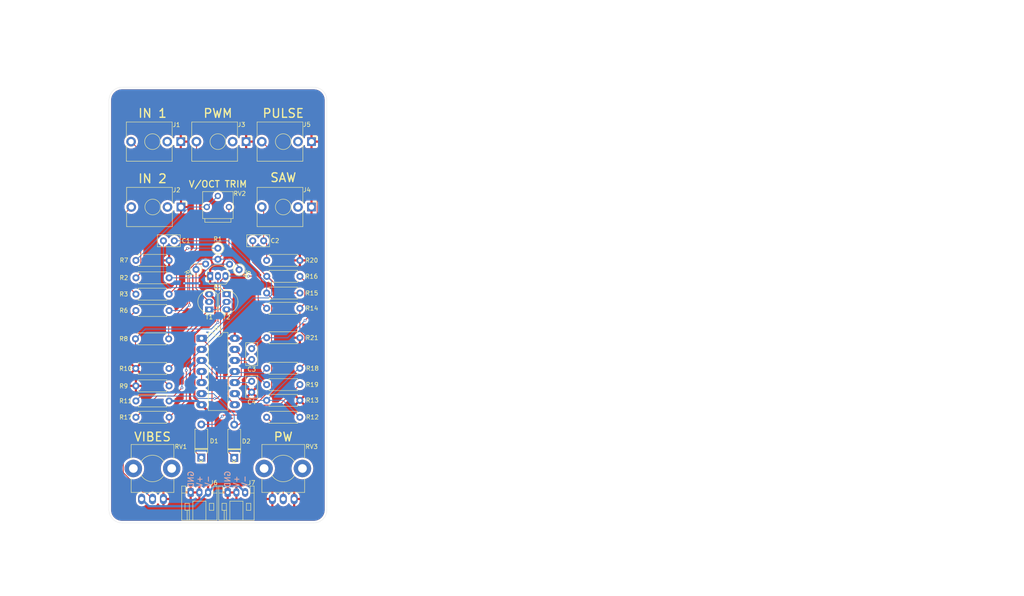
<source format=kicad_pcb>
(kicad_pcb (version 20241229) (generator "pcbnew") (generator_version "9.0")
  (layers (0 "F.Cu" signal) (2 "B.Cu" signal) (13 "F.Paste" user) (15 "B.Paste" user) (5 "F.SilkS" user "F.Silkscreen") (7 "B.SilkS" user "B.Silkscreen") (1 "F.Mask" user) (3 "B.Mask" user) (25 "Edge.Cuts" user))
  (net 0 "")
  (net 1 "Net-(D1-A)")
  (net 2 "Net-(D2-K)")
  (net 3 "Net-(D1-K)")
  (net 4 "Net-(C2-Pad2)")
  (net 5 "Net-(C3-Pad1)")
  (net 6 "Net-(C3-Pad2)")
  (net 7 "Net-(D2-A)")
  (net 9 "GND")
  (net 10 "Net-(J1-PadT)")
  (net 11 "Net-(J2-PadT)")
  (net 13 "Net-(J3-PadT)")
  (net 17 "VDD")
  (net 18 "Net-(Q1-B)")
  (net 19 "Net-(Q1-E)")
  (net 20 "Net-(R4-Pad2)")
  (net 21 "Net-(R1-Pad1)")
  (net 22 "Net-(R2-Pad2)")
  (net 23 "Net-(R6-Pad1)")
  (net 24 "Net-(T1-B)")
  (net 25 "Net-(R7-Pad1)")
  (net 26 "Net-(T1-C)")
  (net 27 "VSS")
  (net 28 "Net-(R12-Pad1)")
  (net 29 "Net-(R12-Pad2)")
  (net 30 "Net-(R17-Pad2)")
  (net 31 "Net-(R18-Pad2)")
  (net 32 "Net-(U1-Pad4)")
  (net 33 "Net-(C4-Pad2)")
  (footprint "HackSynth:Potentiometer_Alps_RK09K_Horizontal" (layer "F.Cu") (at 90 137.5)
    (property "Reference" "RV3" (at 6.5 -5 0) (layer "F.SilkS"))
    (property "Value" "PW ADJUST")
    (pad "" np_thru_hole circle (at -4.4 0 90) (size 4 4) (drill 2) (layers "*.Cu" "*.Mask"))
    (pad "" np_thru_hole circle (at 4.4 0 90) (size 4 4) (drill 2) (layers "*.Cu" "*.Mask"))
    (pad "1" thru_hole oval (at 2.500001 7 90) (size 2.4 1.6) (drill 1) (layers "*.Cu" "*.Mask") (net 17 "VDD"))
    (pad "2" thru_hole oval (at 0 7 90) (size 2.4 1.6) (drill 1) (layers "*.Cu" "*.Mask") (net 28 "Net-(R12-Pad1)"))
    (pad "3" thru_hole oval (at -2.500001 7 90) (size 2.4 1.6) (drill 1) (layers "*.Cu" "*.Mask") (net 9 "GND"))
  )
  (footprint "HackSynth:TO-92_Inline - Handsolder" (layer "F.Cu") (at 73.73 93.36)
    (property "Reference" "Q1" (at 1.28 2.56 0) (layer "F.SilkS"))
    (property "Value" "NPN")
    (pad "1" thru_hole rect (at -0.5 0) (size 1.35 1.9) (drill 0.75) (layers "*.Cu" "*.Mask") (net 17 "VDD"))
    (pad "2" thru_hole oval (at 1.27 0) (size 1.35 1.9) (drill 0.75) (layers "*.Cu" "*.Mask") (net 18 "Net-(Q1-B)"))
    (pad "3" thru_hole oval (at 3 0) (size 1.35 1.9) (drill 0.75) (layers "*.Cu" "*.Mask") (net 19 "Net-(Q1-E)"))
  )
  (footprint "Resistor_THT:R_Axial_DIN0207_L6.3mm_D2.5mm_P7.62mm_Horizontal" (layer "F.Cu") (at 56.19 89.75)
    (property "Reference" "R7" (at -2.74 -0.025 0) (layer "F.SilkS"))
    (property "Value" "1.5k")
    (pad "1" thru_hole circle (at 0 0) (size 1.6 1.6) (drill 0.8) (layers "*.Cu" "*.Mask") (net 25 "Net-(R7-Pad1)"))
    (pad "2" thru_hole oval (at 7.62 0) (size 1.6 1.6) (drill 0.8) (layers "*.Cu" "*.Mask") (net 9 "GND"))
  )
  (footprint "Resistor_THT:R_Axial_DIN0207_L6.3mm_D2.5mm_P7.62mm_Horizontal" (layer "F.Cu") (at 56.19 97.5)
    (property "Reference" "R3" (at -2.79 0 0) (layer "F.SilkS"))
    (property "Value" "100k")
    (pad "1" thru_hole circle (at 0 0) (size 1.6 1.6) (drill 0.8) (layers "*.Cu" "*.Mask") (net 11 "Net-(J2-PadT)"))
    (pad "2" thru_hole oval (at 7.62 0) (size 1.6 1.6) (drill 0.8) (layers "*.Cu" "*.Mask") (net 21 "Net-(R1-Pad1)"))
  )
  (footprint "HackSynth:Jack_3.5mm" (layer "F.Cu") (at 75 62.5 90)
    (property "Reference" "J3" (at 3.9 5.425 180) (layer "F.SilkS"))
    (property "Value" "PWM")
    (pad "G" thru_hole rect (at 0 6.48 90) (size 2 2) (drill 1.2) (layers "*.Cu" "*.Mask") (net 9 "GND"))
    (pad "S" thru_hole circle (at 0 3.38 90) (size 2.2 2.2) (drill 1.2) (layers "*.Cu" "*.Mask"))
    (pad "T" thru_hole circle (at 0 -4.92 90) (size 2.2 2.2) (drill 1.2) (layers "*.Cu" "*.Mask") (net 13 "Net-(J3-PadT)"))
    (zone (net 0) (net_name "") (layer "F.Cu") (connect_pads (clearance 0)) (min_thickness 0.254)
      (keepout (tracks not_allowed) (vias not_allowed) (pads not_allowed) (copperpour not_allowed) (footprints not_allowed))
      (fill (thermal_gap 0.508) (thermal_bridge_width 0.508))
      (polygon (pts (xy 75 64.005141) (xy 75.245829 63.98493) (xy 75.485055 63.924841) (xy 75.711256 63.826486) (xy 75.918355 63.692508) (xy 76.10079 63.526504) (xy 76.253664 63.332932) (xy 76.372869 63.116992) (xy 76.455206 62.884482) (xy 76.498461 62.641646) (xy 76.501475 62.395007) (xy 76.464165 62.151187) (xy 76.387534 61.916734) (xy 76.27364 61.697946) (xy 76.125542 61.500697) (xy 75.947216 61.330286) (xy 75.743452 61.191288) (xy 75.519722 61.087436) (xy 75.282035 61.021519) (xy 75.036774 60.995308) (xy 74.790525 61.009507) (xy 74.549901 61.063734) (xy 74.321366 61.156532) (xy 74.111055 61.285411) (xy 73.924618 61.446908) (xy 73.767061 61.636687) (xy 73.642615 61.84965) (xy 73.554623 62.080079) (xy 73.505447 62.321785) (xy 73.496408 62.568278) (xy 73.52775 62.812936) (xy 73.59863 63.049191) (xy 73.707144 63.270697) (xy 73.850379 63.471505) (xy 74.024488 63.646223) (xy 74.224795 63.790158) (xy 74.445921 63.899445) (xy 74.681926 63.971149) (xy 74.926474 64.003344)))
    )
  )
  (footprint "HackSynth:JST_PH_S3B-PH-K_1x03_P2.00mm_Horizontal" (layer "F.Cu") (at 68.75 143)
    (property "Reference" "J6" (at 5.325 -2.225 0) (layer "F.SilkS"))
    (property "Value" "Conn_01x03_Pin")
    (fp_text user "GND" (at 0.05 -5.05 90) (layer "B.SilkS") (effects (font (size 1.27 1.27) (thickness 0.2)) (justify left mirror)))
    (fp_text user "+V" (at 2.05 -3.95 90) (layer "B.SilkS") (effects (font (size 1.27 1.27) (thickness 0.2)) (justify left mirror)))
    (fp_text user "-V" (at 3.975 -3.975 90) (layer "B.SilkS") (effects (font (size 1.27 1.27) (thickness 0.2)) (justify left mirror)))
    (pad "1" thru_hole roundrect (at 0 0) (size 1.4 2) (drill 0.75) (layers "*.Cu" "*.Mask") (roundrect_rratio 0.208333) (net 9 "GND"))
    (pad "2" thru_hole oval (at 2 0) (size 1.4 2) (drill 0.75) (layers "*.Cu" "*.Mask") (net 17 "VDD"))
    (pad "3" thru_hole oval (at 4 0) (size 1.4 2) (drill 0.75) (layers "*.Cu" "*.Mask") (net 27 "VSS"))
  )
  (footprint "Resistor_THT:R_Axial_DIN0207_L6.3mm_D2.5mm_P7.62mm_Horizontal" (layer "F.Cu") (at 86.19 107.5)
    (property "Reference" "R21" (at 10.41 0.01 0) (layer "F.SilkS"))
    (property "Value" "100k")
    (pad "1" thru_hole circle (at 0 0) (size 1.6 1.6) (drill 0.8) (layers "*.Cu" "*.Mask") (net 6 "Net-(C3-Pad2)"))
    (pad "2" thru_hole oval (at 7.62 0) (size 1.6 1.6) (drill 0.8) (layers "*.Cu" "*.Mask") (net 9 "GND"))
  )
  (footprint "Capacitor_THT:C_Disc_D5.0mm_W2.5mm_P2.50mm" (layer "F.Cu") (at 82.75 112.5 90)
    (property "Reference" "C3" (at -2.25 0 180) (layer "F.SilkS"))
    (property "Value" "220nF")
    (pad "1" thru_hole circle (at 0 0 90) (size 1.6 1.6) (drill 0.8) (layers "*.Cu" "*.Mask") (net 5 "Net-(C3-Pad1)"))
    (pad "2" thru_hole circle (at 2.5 0 90) (size 1.6 1.6) (drill 0.8) (layers "*.Cu" "*.Mask") (net 6 "Net-(C3-Pad2)"))
  )
  (footprint "Resistor_THT:R_Axial_DIN0207_L6.3mm_D2.5mm_P2.54mm_Vertical" (layer "F.Cu") (at 79.874997 91.8925 150)
    (property "Reference" "R5" (at -2.15255 0.02168 240) (layer "F.SilkS"))
    (property "Value" "10k NTC")
    (pad "1" thru_hole circle (at 0 0 150) (size 1.6 1.6) (drill 0.8) (layers "*.Cu" "*.Mask") (net 24 "Net-(T1-B)"))
    (pad "2" thru_hole oval (at 2.54 0 150) (size 1.6 1.6) (drill 0.8) (layers "*.Cu" "*.Mask") (net 22 "Net-(R2-Pad2)"))
  )
  (footprint "HackSynth:Jack_3.5mm" (layer "F.Cu") (at 60 62.5 90)
    (property "Reference" "J1" (at 3.875 5.5 180) (layer "F.SilkS"))
    (property "Value" "CV IN 1")
    (pad "G" thru_hole rect (at 0 6.48 90) (size 2 2) (drill 1.2) (layers "*.Cu" "*.Mask") (net 9 "GND"))
    (pad "S" thru_hole circle (at 0 3.38 90) (size 2.2 2.2) (drill 1.2) (layers "*.Cu" "*.Mask"))
    (pad "T" thru_hole circle (at 0 -4.92 90) (size 2.2 2.2) (drill 1.2) (layers "*.Cu" "*.Mask") (net 10 "Net-(J1-PadT)"))
    (zone (net 0) (net_name "") (layer "F.Cu") (connect_pads (clearance 0)) (min_thickness 0.254)
      (keepout (tracks not_allowed) (vias not_allowed) (pads not_allowed) (copperpour not_allowed) (footprints not_allowed))
      (fill (thermal_gap 0.508) (thermal_bridge_width 0.508))
      (polygon (pts (xy 60 64.005141) (xy 60.245829 63.98493) (xy 60.485055 63.924841) (xy 60.711256 63.826486) (xy 60.918355 63.692508) (xy 61.10079 63.526504) (xy 61.253664 63.332932) (xy 61.372869 63.116992) (xy 61.455206 62.884482) (xy 61.498461 62.641646) (xy 61.501475 62.395007) (xy 61.464165 62.151187) (xy 61.387534 61.916734) (xy 61.27364 61.697946) (xy 61.125542 61.500697) (xy 60.947216 61.330286) (xy 60.743452 61.191288) (xy 60.519722 61.087436) (xy 60.282035 61.021519) (xy 60.036774 60.995308) (xy 59.790525 61.009507) (xy 59.549901 61.063734) (xy 59.321366 61.156532) (xy 59.111055 61.285411) (xy 58.924618 61.446908) (xy 58.767061 61.636687) (xy 58.642615 61.84965) (xy 58.554623 62.080079) (xy 58.505447 62.321785) (xy 58.496408 62.568278) (xy 58.52775 62.812936) (xy 58.59863 63.049191) (xy 58.707144 63.270697) (xy 58.850379 63.471505) (xy 59.024488 63.646223) (xy 59.224795 63.790158) (xy 59.445921 63.899445) (xy 59.681926 63.971149) (xy 59.926474 64.003344)))
    )
  )
  (footprint "Resistor_THT:R_Axial_DIN0207_L6.3mm_D2.5mm_P7.62mm_Horizontal" (layer "F.Cu") (at 86.193333 89.75)
    (property "Reference" "R20" (at 10.326667 -0.01 0) (layer "F.SilkS"))
    (property "Value" "100k")
    (pad "1" thru_hole circle (at 0 0) (size 1.6 1.6) (drill 0.8) (layers "*.Cu" "*.Mask") (net 4 "Net-(C2-Pad2)"))
    (pad "2" thru_hole oval (at 7.62 0) (size 1.6 1.6) (drill 0.8) (layers "*.Cu" "*.Mask") (net 9 "GND"))
  )
  (footprint "Resistor_THT:R_Axial_DIN0207_L6.3mm_D2.5mm_P7.62mm_Horizontal" (layer "F.Cu") (at 56.19 122)
    (property "Reference" "R11" (at -2.365 0 0) (layer "F.SilkS"))
    (property "Value" "10k")
    (pad "1" thru_hole circle (at 0 0) (size 1.6 1.6) (drill 0.8) (layers "*.Cu" "*.Mask") (net 19 "Net-(Q1-E)"))
    (pad "2" thru_hole oval (at 7.62 0) (size 1.6 1.6) (drill 0.8) (layers "*.Cu" "*.Mask") (net 27 "VSS"))
  )
  (footprint "Resistor_THT:R_Axial_DIN0207_L6.3mm_D2.5mm_P7.62mm_Horizontal" (layer "F.Cu") (at 86.19 125.75)
    (property "Reference" "R12" (at 10.5 -0.03 0) (layer "F.SilkS"))
    (property "Value" "100k")
    (pad "1" thru_hole circle (at 0 0) (size 1.6 1.6) (drill 0.8) (layers "*.Cu" "*.Mask") (net 28 "Net-(R12-Pad1)"))
    (pad "2" thru_hole oval (at 7.62 0) (size 1.6 1.6) (drill 0.8) (layers "*.Cu" "*.Mask") (net 29 "Net-(R12-Pad2)"))
  )
  (footprint "Capacitor_THT:C_Disc_D5.0mm_W2.5mm_P2.50mm" (layer "F.Cu") (at 62.5 85.25)
    (property "Reference" "C1" (at 5.19 0.01 0) (layer "F.SilkS"))
    (property "Value" "2.2nF")
    (pad "1" thru_hole circle (at 0 0) (size 1.6 1.6) (drill 0.8) (layers "*.Cu" "*.Mask") (net 2 "Net-(D2-K)"))
    (pad "2" thru_hole circle (at 2.5 0) (size 1.6 1.6) (drill 0.8) (layers "*.Cu" "*.Mask") (net 1 "Net-(D1-A)"))
  )
  (footprint "Resistor_THT:R_Axial_DIN0207_L6.3mm_D2.5mm_P7.62mm_Horizontal" (layer "F.Cu") (at 86.21 93.41)
    (property "Reference" "R16" (at 10.29 0.015 0) (layer "F.SilkS"))
    (property "Value" "47k")
    (pad "1" thru_hole circle (at 0 0) (size 1.6 1.6) (drill 0.8) (layers "*.Cu" "*.Mask") (net 3 "Net-(D1-K)"))
    (pad "2" thru_hole oval (at 7.62 0) (size 1.6 1.6) (drill 0.8) (layers "*.Cu" "*.Mask") (net 29 "Net-(R12-Pad2)"))
  )
  (footprint "Resistor_THT:R_Axial_DIN0207_L6.3mm_D2.5mm_P7.62mm_Horizontal" (layer "F.Cu") (at 63.71 107.75 180)
    (property "Reference" "R8" (at 10.335 0 180) (layer "F.SilkS"))
    (property "Value" "100k")
    (pad "1" thru_hole circle (at 0 0 180) (size 1.6 1.6) (drill 0.8) (layers "*.Cu" "*.Mask") (net 13 "Net-(J3-PadT)"))
    (pad "2" thru_hole oval (at 7.62 0 180) (size 1.6 1.6) (drill 0.8) (layers "*.Cu" "*.Mask") (net 18 "Net-(Q1-B)"))
  )
  (footprint "HackSynth:DIP-14_W7.62mm_LongPads" (layer "F.Cu") (at 71.25 107.63)
    (property "Reference" "U1" (at 3.81 -2.33 0) (layer "F.SilkS"))
    (property "Value" "4069")
    (pad "1" thru_hole roundrect (at 0 0) (size 2.4 1.6) (drill 0.8) (layers "*.Cu" "*.Mask") (roundrect_rratio 0.15625) (net 2 "Net-(D2-K)"))
    (pad "2" thru_hole oval (at 0 2.54) (size 2.4 1.6) (drill 0.8) (layers "*.Cu" "*.Mask") (net 3 "Net-(D1-K)"))
    (pad "3" thru_hole oval (at 0 5.08) (size 2.4 1.6) (drill 0.8) (layers "*.Cu" "*.Mask") (net 30 "Net-(R17-Pad2)"))
    (pad "4" thru_hole oval (at 0 7.62) (size 2.4 1.6) (drill 0.8) (layers "*.Cu" "*.Mask") (net 32 "Net-(U1-Pad4)"))
    (pad "5" thru_hole oval (at 0 10.16) (size 2.4 1.6) (drill 0.8) (layers "*.Cu" "*.Mask") (net 32 "Net-(U1-Pad4)"))
    (pad "6" thru_hole oval (at 0 12.7) (size 2.4 1.6) (drill 0.8) (layers "*.Cu" "*.Mask") (net 7 "Net-(D2-A)"))
    (pad "7" thru_hole oval (at 0 15.24) (size 2.4 1.6) (drill 0.8) (layers "*.Cu" "*.Mask") (net 27 "VSS"))
    (pad "8" thru_hole oval (at 7.62 15.24) (size 2.4 1.6) (drill 0.8) (layers "*.Cu" "*.Mask") (net 31 "Net-(R18-Pad2)"))
    (pad "9" thru_hole oval (at 7.62 12.7) (size 2.4 1.6) (drill 0.8) (layers "*.Cu" "*.Mask") (net 29 "Net-(R12-Pad2)"))
    (pad "10" thru_hole oval (at 7.62 10.16) (size 2.4 1.6) (drill 0.8) (layers "*.Cu" "*.Mask") (net 33 "Net-(C4-Pad2)"))
    (pad "11" thru_hole oval (at 7.62 7.62) (size 2.4 1.6) (drill 0.8) (layers "*.Cu" "*.Mask") (net 31 "Net-(R18-Pad2)"))
    (pad "12" thru_hole oval (at 7.62 5.08) (size 2.4 1.6) (drill 0.8) (layers "*.Cu" "*.Mask") (net 5 "Net-(C3-Pad1)"))
    (pad "13" thru_hole oval (at 7.62 2.54) (size 2.4 1.6) (drill 0.8) (layers "*.Cu" "*.Mask") (net 33 "Net-(C4-Pad2)"))
    (pad "14" thru_hole oval (at 7.62 0) (size 2.4 1.6) (drill 0.8) (layers "*.Cu" "*.Mask") (net 17 "VDD"))
  )
  (footprint "Diode_THT:D_A-405_P7.62mm_Horizontal" (layer "F.Cu") (at 71.2 135.01 90)
    (property "Reference" "D1" (at 3.81 2.93 180) (layer "F.SilkS"))
    (property "Value" "D" (hide yes))
    (fp_text user "K" (at -0.79 0 90) (layer "F.SilkS"))
    (pad "1" thru_hole rect (at 0 0 90) (size 1.8 1.8) (drill 0.9) (layers "*.Cu" "*.Mask") (net 3 "Net-(D1-K)"))
    (pad "2" thru_hole oval (at 7.62 0 90) (size 1.8 1.8) (drill 0.9) (layers "*.Cu" "*.Mask") (net 1 "Net-(D1-A)"))
  )
  (footprint "HackSynth:Potentiometer_Alps_RK09K_Horizontal" (layer "F.Cu") (at 60 137.5)
    (property "Reference" "RV1" (at 6.5 -5 0) (layer "F.SilkS"))
    (property "Value" "R_Potentiometer")
    (pad "" np_thru_hole circle (at -4.4 0 90) (size 4 4) (drill 2) (layers "*.Cu" "*.Mask"))
    (pad "" np_thru_hole circle (at 4.4 0 90) (size 4 4) (drill 2) (layers "*.Cu" "*.Mask"))
    (pad "1" thru_hole oval (at 2.500001 7 90) (size 2.4 1.6) (drill 1) (layers "*.Cu" "*.Mask") (net 9 "GND"))
    (pad "2" thru_hole oval (at 0 7 90) (size 2.4 1.6) (drill 1) (layers "*.Cu" "*.Mask") (net 23 "Net-(R6-Pad1)"))
    (pad "3" thru_hole oval (at -2.500001 7 90) (size 2.4 1.6) (drill 1) (layers "*.Cu" "*.Mask") (net 27 "VSS"))
  )
  (footprint "Resistor_THT:R_Axial_DIN0207_L6.3mm_D2.5mm_P7.62mm_Horizontal" (layer "F.Cu") (at 86.193333 118.25)
    (property "Reference" "R19" (at 10.436667 0.02 0) (layer "F.SilkS"))
    (property "Value" "R")
    (pad "1" thru_hole circle (at 0 0) (size 1.6 1.6) (drill 0.8) (layers "*.Cu" "*.Mask") (net 30 "Net-(R17-Pad2)"))
    (pad "2" thru_hole oval (at 7.62 0) (size 1.6 1.6) (drill 0.8) (layers "*.Cu" "*.Mask") (net 7 "Net-(D2-A)"))
  )
  (footprint "Capacitor_THT:C_Disc_D5.0mm_W2.5mm_P2.50mm" (layer "F.Cu") (at 82.75 120 90)
    (property "Reference" "C4" (at -2.25 0 180) (layer "F.SilkS"))
    (property "Value" "220nF")
    (pad "1" thru_hole circle (at 0 0 90) (size 1.6 1.6) (drill 0.8) (layers "*.Cu" "*.Mask") (net 9 "GND"))
    (pad "2" thru_hole circle (at 2.5 0 90) (size 1.6 1.6) (drill 0.8) (layers "*.Cu" "*.Mask") (net 33 "Net-(C4-Pad2)"))
  )
  (footprint "Resistor_THT:R_Axial_DIN0207_L6.3mm_D2.5mm_P7.62mm_Horizontal" (layer "F.Cu") (at 93.81 121.87 180)
    (property "Reference" "R13" (at -2.85 0.02 0) (layer "F.SilkS"))
    (property "Value" "68k")
    (pad "1" thru_hole circle (at 0 0 180) (size 1.6 1.6) (drill 0.8) (layers "*.Cu" "*.Mask") (net 17 "VDD"))
    (pad "2" thru_hole oval (at 7.62 0 180) (size 1.6 1.6) (drill 0.8) (layers "*.Cu" "*.Mask") (net 29 "Net-(R12-Pad2)"))
  )
  (footprint "Capacitor_THT:C_Disc_D5.0mm_W2.5mm_P2.50mm" (layer "F.Cu") (at 83 85.25)
    (property "Reference" "C2" (at 5.09 0 0) (layer "F.SilkS"))
    (property "Value" "220nF")
    (pad "1" thru_hole circle (at 0 0) (size 1.6 1.6) (drill 0.8) (layers "*.Cu" "*.Mask") (net 3 "Net-(D1-K)"))
    (pad "2" thru_hole circle (at 2.5 0) (size 1.6 1.6) (drill 0.8) (layers "*.Cu" "*.Mask") (net 4 "Net-(C2-Pad2)"))
  )
  (footprint "HackSynth:TO-92_Inline - Handsolder" (layer "F.Cu") (at 77 98 -90)
    (property "Reference" "T2" (at 4.76 0 180) (layer "F.SilkS"))
    (property "Value" "NPN")
    (pad "1" thru_hole rect (at -0.5 0 270) (size 1.35 1.9) (drill 0.75) (layers "*.Cu" "*.Mask") (net 2 "Net-(D2-K)"))
    (pad "2" thru_hole oval (at 1.27 0 270) (size 1.35 1.9) (drill 0.75) (layers "*.Cu" "*.Mask") (net 26 "Net-(T1-C)"))
    (pad "3" thru_hole oval (at 3 0 270) (size 1.35 1.9) (drill 0.75) (layers "*.Cu" "*.Mask") (net 9 "GND"))
  )
  (footprint "HackSynth:Jack_3.5mm" (layer "F.Cu") (at 90 77.5 90)
    (property "Reference" "J4" (at 3.925 5.45 180) (layer "F.SilkS"))
    (property "Value" "SAW OUT")
    (pad "G" thru_hole rect (at 0 6.48 90) (size 2 2) (drill 1.2) (layers "*.Cu" "*.Mask") (net 9 "GND"))
    (pad "S" thru_hole circle (at 0 3.38 90) (size 2.2 2.2) (drill 1.2) (layers "*.Cu" "*.Mask"))
    (pad "T" thru_hole circle (at 0 -4.92 90) (size 2.2 2.2) (drill 1.2) (layers "*.Cu" "*.Mask") (net 4 "Net-(C2-Pad2)"))
    (zone (net 0) (net_name "") (layer "F.Cu") (connect_pads (clearance 0)) (min_thickness 0.254)
      (keepout (tracks not_allowed) (vias not_allowed) (pads not_allowed) (copperpour not_allowed) (footprints not_allowed))
      (fill (thermal_gap 0.508) (thermal_bridge_width 0.508))
      (polygon (pts (xy 90 79.005141) (xy 90.245829 78.98493) (xy 90.485055 78.924841) (xy 90.711256 78.826486) (xy 90.918355 78.692508) (xy 91.10079 78.526504) (xy 91.253664 78.332932) (xy 91.372869 78.116992) (xy 91.455206 77.884482) (xy 91.498461 77.641646) (xy 91.501475 77.395007) (xy 91.464165 77.151187) (xy 91.387534 76.916734) (xy 91.27364 76.697946) (xy 91.125542 76.500697) (xy 90.947216 76.330286) (xy 90.743452 76.191288) (xy 90.519722 76.087436) (xy 90.282035 76.021519) (xy 90.036774 75.995308) (xy 89.790525 76.009507) (xy 89.549901 76.063734) (xy 89.321366 76.156532) (xy 89.111055 76.285411) (xy 88.924618 76.446908) (xy 88.767061 76.636687) (xy 88.642615 76.84965) (xy 88.554623 77.080079) (xy 88.505447 77.321785) (xy 88.496408 77.568278) (xy 88.52775 77.812936) (xy 88.59863 78.049191) (xy 88.707144 78.270697) (xy 88.850379 78.471505) (xy 89.024488 78.646223) (xy 89.224795 78.790158) (xy 89.445921 78.899445) (xy 89.681926 78.971149) (xy 89.926474 79.003344)))
    )
  )
  (footprint "HackSynth:TO-92_Inline - Handsolder" (layer "F.Cu") (at 73 100.52 90)
    (property "Reference" "T1" (at -2.24 0.01 180) (layer "F.SilkS"))
    (property "Value" "PNP")
    (pad "1" thru_hole rect (at -0.5 0 90) (size 1.35 1.9) (drill 0.75) (layers "*.Cu" "*.Mask") (net 26 "Net-(T1-C)"))
    (pad "2" thru_hole oval (at 1.27 0 90) (size 1.35 1.9) (drill 0.75) (layers "*.Cu" "*.Mask") (net 24 "Net-(T1-B)"))
    (pad "3" thru_hole oval (at 3 0 90) (size 1.35 1.9) (drill 0.75) (layers "*.Cu" "*.Mask") (net 27 "VSS"))
  )
  (footprint "Diode_THT:D_A-405_P7.62mm_Horizontal" (layer "F.Cu") (at 78.75 135.06 90)
    (property "Reference" "D2" (at 3.81 2.76 180) (layer "F.SilkS"))
    (property "Value" "D" (hide yes))
    (fp_text user "K" (at -0.79 0 90) (layer "F.SilkS"))
    (pad "1" thru_hole rect (at 0 0 90) (size 1.8 1.8) (drill 0.9) (layers "*.Cu" "*.Mask") (net 2 "Net-(D2-K)"))
    (pad "2" thru_hole oval (at 7.62 0 90) (size 1.8 1.8) (drill 0.9) (layers "*.Cu" "*.Mask") (net 7 "Net-(D2-A)"))
  )
  (footprint "HackSynth:TrimPot_Bourns_3339S_Horizontal" (layer "F.Cu") (at 75 77.5)
    (property "Reference" "RV2" (at 5 -3.075 0) (layer "F.SilkS"))
    (property "Value" "R_Potentiometer_Trim 1k" (hide yes))
    (pad "1" thru_hole circle (at 2.53 0.005 270) (size 1.44 1.44) (drill 0.8) (layers "*.Cu" "*.Mask") (net 24 "Net-(T1-B)"))
    (pad "2" thru_hole circle (at -0.01 -2.535 270) (size 1.44 1.44) (drill 0.8) (layers "*.Cu" "*.Mask") (net 25 "Net-(R7-Pad1)"))
    (pad "3" thru_hole circle (at -2.55 0.005 270) (size 1.44 1.44) (drill 0.8) (layers "*.Cu" "*.Mask") (net 25 "Net-(R7-Pad1)"))
  )
  (footprint "Resistor_THT:R_Axial_DIN0207_L6.3mm_D2.5mm_P7.62mm_Horizontal" (layer "F.Cu") (at 86.19 100.75)
    (property "Reference" "R14" (at 10.38 -0.01 0) (layer "F.SilkS"))
    (property "Value" "100k")
    (pad "1" thru_hole circle (at 0 0) (size 1.6 1.6) (drill 0.8) (layers "*.Cu" "*.Mask") (net 19 "Net-(Q1-E)"))
    (pad "2" thru_hole oval (at 7.62 0) (size 1.6 1.6) (drill 0.8) (layers "*.Cu" "*.Mask") (net 29 "Net-(R12-Pad2)"))
  )
  (footprint "Resistor_THT:R_Axial_DIN0207_L6.3mm_D2.5mm_P7.62mm_Horizontal" (layer "F.Cu") (at 56.19 93.75)
    (property "Reference" "R2" (at -2.765 0 0) (layer "F.SilkS"))
    (property "Value" "100k")
    (pad "1" thru_hole circle (at 0 0) (size 1.6 1.6) (drill 0.8) (layers "*.Cu" "*.Mask") (net 10 "Net-(J1-PadT)"))
    (pad "2" thru_hole oval (at 7.62 0) (size 1.6 1.6) (drill 0.8) (layers "*.Cu" "*.Mask") (net 22 "Net-(R2-Pad2)"))
  )
  (footprint "Resistor_THT:R_Axial_DIN0207_L6.3mm_D2.5mm_P7.62mm_Horizontal" (layer "F.Cu") (at 93.813333 114.5 180)
    (property "Reference" "R18" (at -2.876667 -0.02 180) (layer "F.SilkS"))
    (property "Value" "100k")
    (pad "1" thru_hole circle (at 0 0 180) (size 1.6 1.6) (drill 0.8) (layers "*.Cu" "*.Mask") (net 29 "Net-(R12-Pad2)"))
    (pad "2" thru_hole oval (at 7.62 0 180) (size 1.6 1.6) (drill 0.8) (layers "*.Cu" "*.Mask") (net 31 "Net-(R18-Pad2)"))
  )
  (footprint "Resistor_THT:R_Axial_DIN0207_L6.3mm_D2.5mm_P7.62mm_Horizontal" (layer "F.Cu") (at 63.8 118.54 180)
    (property "Reference" "R9" (at 10.425 -0.06 180) (layer "F.SilkS"))
    (property "Value" "1M")
    (pad "1" thru_hole circle (at 0 0 180) (size 1.6 1.6) (drill 0.8) (layers "*.Cu" "*.Mask") (net 18 "Net-(Q1-B)"))
    (pad "2" thru_hole oval (at 7.62 0 180) (size 1.6 1.6) (drill 0.8) (layers "*.Cu" "*.Mask") (net 9 "GND"))
  )
  (footprint "Resistor_THT:R_Axial_DIN0207_L6.3mm_D2.5mm_P7.62mm_Horizontal" (layer "F.Cu") (at 63.81 125.75 180)
    (property "Reference" "R17" (at 9.96 0 180) (layer "F.SilkS"))
    (property "Value" "10k")
    (pad "1" thru_hole circle (at 0 0 180) (size 1.6 1.6) (drill 0.8) (layers "*.Cu" "*.Mask") (net 3 "Net-(D1-K)"))
    (pad "2" thru_hole oval (at 7.62 0 180) (size 1.6 1.6) (drill 0.8) (layers "*.Cu" "*.Mask") (net 30 "Net-(R17-Pad2)"))
  )
  (footprint "HackSynth:Module 50x100mm" (layer "F.Cu") (at 75 100)
    (property "Reference" "REF**" (hide yes))
    (property "Value" "Untitled" (hide yes))
    (fp_line (start -24.999999 -47) (end -25 47) (stroke (width 0.05)) (layer "Edge.Cuts"))
    (fp_line (start -21.999999 49.999999) (end 22 50) (stroke (width 0.05)) (layer "Edge.Cuts"))
    (fp_line (start 22 -50) (end -21.999999 -50) (stroke (width 0.05)) (layer "Edge.Cuts"))
    (fp_line (start 25 47) (end 25 -47) (stroke (width 0.05)) (layer "Edge.Cuts"))
    (fp_arc (start -25 -47) (mid -24.12132 -49.12132) (end -22 -50) (stroke (width 0.05)) (layer "Edge.Cuts"))
    (fp_arc (start -22 50) (mid -24.12132 49.12132) (end -25 47) (stroke (width 0.05)) (layer "Edge.Cuts"))
    (fp_arc (start 22 -50) (mid 24.12132 -49.12132) (end 25 -47) (stroke (width 0.05)) (layer "Edge.Cuts"))
    (fp_arc (start 25 47) (mid 24.12132 49.12132) (end 22 50) (stroke (width 0.05)) (layer "Edge.Cuts"))
  )
  (footprint "Resistor_THT:R_Axial_DIN0207_L6.3mm_D2.5mm_P2.54mm_Vertical" (layer "F.Cu") (at 69.985004 91.8425 30)
    (property "Reference" "R4" (at -2.13041 0.01997 120) (layer "F.SilkS"))
    (property "Value" "10k NTC")
    (pad "1" thru_hole circle (at 0 0 30) (size 1.6 1.6) (drill 0.8) (layers "*.Cu" "*.Mask") (net 24 "Net-(T1-B)"))
    (pad "2" thru_hole oval (at 2.54 0 30) (size 1.6 1.6) (drill 0.8) (layers "*.Cu" "*.Mask") (net 20 "Net-(R4-Pad2)"))
  )
  (footprint "Resistor_THT:R_Axial_DIN0207_L6.3mm_D2.5mm_P7.62mm_Horizontal" (layer "F.Cu") (at 56.19 101.25)
    (property "Reference" "R6" (at -2.79 0 0) (layer "F.SilkS"))
    (property "Value" "100k")
    (pad "1" thru_hole circle (at 0 0) (size 1.6 1.6) (drill 0.8) (layers "*.Cu" "*.Mask") (net 23 "Net-(R6-Pad1)"))
    (pad "2" thru_hole oval (at 7.62 0) (size 1.6 1.6) (drill 0.8) (layers "*.Cu" "*.Mask") (net 20 "Net-(R4-Pad2)"))
  )
  (footprint "Resistor_THT:R_Axial_DIN0207_L6.3mm_D2.5mm_P7.62mm_Horizontal" (layer "F.Cu") (at 56.15 114.55)
    (property "Reference" "R10" (at -2.325 0.025 0) (layer "F.SilkS"))
    (property "Value" "1M")
    (pad "1" thru_hole circle (at 0 0) (size 1.6 1.6) (drill 0.8) (layers "*.Cu" "*.Mask") (net 17 "VDD"))
    (pad "2" thru_hole oval (at 7.62 0) (size 1.6 1.6) (drill 0.8) (layers "*.Cu" "*.Mask") (net 26 "Net-(T1-C)"))
  )
  (footprint "HackSynth:Jack_3.5mm" (layer "F.Cu") (at 60.05 77.5 90)
    (property "Reference" "J2" (at 3.9 5.475 180) (layer "F.SilkS"))
    (property "Value" "CV IN 2")
    (pad "G" thru_hole rect (at 0 6.48 90) (size 2 2) (drill 1.2) (layers "*.Cu" "*.Mask") (net 9 "GND"))
    (pad "S" thru_hole circle (at 0 3.38 90) (size 2.2 2.2) (drill 1.2) (layers "*.Cu" "*.Mask"))
    (pad "T" thru_hole circle (at 0 -4.92 90) (size 2.2 2.2) (drill 1.2) (layers "*.Cu" "*.Mask") (net 11 "Net-(J2-PadT)"))
    (zone (net 0) (net_name "") (layer "F.Cu") (connect_pads (clearance 0)) (min_thickness 0.254)
      (keepout (tracks not_allowed) (vias not_allowed) (pads not_allowed) (copperpour not_allowed) (footprints not_allowed))
      (fill (thermal_gap 0.508) (thermal_bridge_width 0.508))
      (polygon (pts (xy 60.05 79.005141) (xy 60.295829 78.98493) (xy 60.535055 78.924841) (xy 60.761256 78.826486) (xy 60.968355 78.692508) (xy 61.15079 78.526504) (xy 61.303664 78.332932) (xy 61.422869 78.116992) (xy 61.505206 77.884482) (xy 61.548461 77.641646) (xy 61.551475 77.395007) (xy 61.514165 77.151187) (xy 61.437534 76.916734) (xy 61.32364 76.697946) (xy 61.175542 76.500697) (xy 60.997216 76.330286) (xy 60.793452 76.191288) (xy 60.569722 76.087436) (xy 60.332035 76.021519) (xy 60.086774 75.995308) (xy 59.840525 76.009507) (xy 59.599901 76.063734) (xy 59.371366 76.156532) (xy 59.161055 76.285411) (xy 58.974618 76.446908) (xy 58.817061 76.636687) (xy 58.692615 76.84965) (xy 58.604623 77.080079) (xy 58.555447 77.321785) (xy 58.546408 77.568278) (xy 58.57775 77.812936) (xy 58.64863 78.049191) (xy 58.757144 78.270697) (xy 58.900379 78.471505) (xy 59.074488 78.646223) (xy 59.274795 78.790158) (xy 59.495921 78.899445) (xy 59.731926 78.971149) (xy 59.976474 79.003344)))
    )
  )
  (footprint "Resistor_THT:R_Axial_DIN0207_L6.3mm_D2.5mm_P2.54mm_Vertical" (layer "F.Cu") (at 75 86.955 -90)
    (property "Reference" "R1" (at -2.08 0.025 180) (layer "F.SilkS"))
    (property "Value" "10k NTC")
    (pad "1" thru_hole circle (at 0 0 270) (size 1.6 1.6) (drill 0.8) (layers "*.Cu" "*.Mask") (net 21 "Net-(R1-Pad1)"))
    (pad "2" thru_hole oval (at 2.54 0 270) (size 1.6 1.6) (drill 0.8) (layers "*.Cu" "*.Mask") (net 24 "Net-(T1-B)"))
  )
  (footprint "HackSynth:Jack_3.5mm" (layer "F.Cu") (at 90 62.5 90)
    (property "Reference" "J5" (at 3.925 5.425 180) (layer "F.SilkS"))
    (property "Value" "PULSE OUT")
    (pad "G" thru_hole rect (at 0 6.48 90) (size 2 2) (drill 1.2) (layers "*.Cu" "*.Mask") (net 9 "GND"))
    (pad "S" thru_hole circle (at 0 3.38 90) (size 2.2 2.2) (drill 1.2) (layers "*.Cu" "*.Mask"))
    (pad "T" thru_hole circle (at 0 -4.92 90) (size 2.2 2.2) (drill 1.2) (layers "*.Cu" "*.Mask") (net 6 "Net-(C3-Pad2)"))
    (zone (net 0) (net_name "") (layer "F.Cu") (connect_pads (clearance 0)) (min_thickness 0.254)
      (keepout (tracks not_allowed) (vias not_allowed) (pads not_allowed) (copperpour not_allowed) (footprints not_allowed))
      (fill (thermal_gap 0.508) (thermal_bridge_width 0.508))
      (polygon (pts (xy 90 64.005141) (xy 90.245829 63.98493) (xy 90.485055 63.924841) (xy 90.711256 63.826486) (xy 90.918355 63.692508) (xy 91.10079 63.526504) (xy 91.253664 63.332932) (xy 91.372869 63.116992) (xy 91.455206 62.884482) (xy 91.498461 62.641646) (xy 91.501475 62.395007) (xy 91.464165 62.151187) (xy 91.387534 61.916734) (xy 91.27364 61.697946) (xy 91.125542 61.500697) (xy 90.947216 61.330286) (xy 90.743452 61.191288) (xy 90.519722 61.087436) (xy 90.282035 61.021519) (xy 90.036774 60.995308) (xy 89.790525 61.009507) (xy 89.549901 61.063734) (xy 89.321366 61.156532) (xy 89.111055 61.285411) (xy 88.924618 61.446908) (xy 88.767061 61.636687) (xy 88.642615 61.84965) (xy 88.554623 62.080079) (xy 88.505447 62.321785) (xy 88.496408 62.568278) (xy 88.52775 62.812936) (xy 88.59863 63.049191) (xy 88.707144 63.270697) (xy 88.850379 63.471505) (xy 89.024488 63.646223) (xy 89.224795 63.790158) (xy 89.445921 63.899445) (xy 89.681926 63.971149) (xy 89.926474 64.003344)))
    )
  )
  (footprint "Resistor_THT:R_Axial_DIN0207_L6.3mm_D2.5mm_P7.62mm_Horizontal" (layer "F.Cu") (at 86.193333 97.25)
    (property "Reference" "R15" (at 10.356667 0.02 0) (layer "F.SilkS"))
    (property "Value" "R")
    (pad "1" thru_hole circle (at 0 0) (size 1.6 1.6) (drill 0.8) (layers "*.Cu" "*.Mask") (net 1 "Net-(D1-A)"))
    (pad "2" thru_hole oval (at 7.62 0) (size 1.6 1.6) (drill 0.8) (layers "*.Cu" "*.Mask") (net 3 "Net-(D1-K)"))
  )
  (footprint "HackSynth:JST_PH_S3B-PH-K_1x03_P2.00mm_Horizontal" (layer "F.Cu") (at 77.25 143)
    (property "Reference" "J7" (at 5.45 -2.2 0) (layer "F.SilkS"))
    (property "Value" "Conn_01x03_Pin")
    (fp_text user "-V" (at 3.9 -4 90) (layer "B.SilkS") (effects (font (size 1.27 1.27) (thickness 0.2)) (justify left mirror)))
    (fp_text user "GND" (at -0.025 -5.075 90) (layer "B.SilkS") (effects (font (size 1.27 1.27) (thickness 0.2)) (justify left mirror)))
    (fp_text user "+V" (at 2 -3.95 90) (layer "B.SilkS") (effects (font (size 1.27 1.27) (thickness 0.2)) (justify left mirror)))
    (pad "1" thru_hole roundrect (at 0 0) (size 1.4 2) (drill 0.75) (layers "*.Cu" "*.Mask") (roundrect_rratio 0.208333) (net 9 "GND"))
    (pad "2" thru_hole oval (at 2 0) (size 1.4 2) (drill 0.75) (layers "*.Cu" "*.Mask") (net 17 "VDD"))
    (pad "3" thru_hole oval (at 4 0) (size 1.4 2) (drill 0.75) (layers "*.Cu" "*.Mask") (net 27 "VSS"))
  )
  (gr_text "IN 2" (at 60 71 0) (layer "F.SilkS") (effects (font (size 2 2) (thickness 0.3))))
  (gr_text "PWM" (at 75 56 0) (layer "F.SilkS") (effects (font (size 2 2) (thickness 0.3))))
  (gr_text "SAW" (at 90 70.75 0) (layer "F.SilkS") (effects (font (size 2 2) (thickness 0.3))))
  (gr_text "VIBES" (at 60 130.25 0) (layer "F.SilkS") (effects (font (size 2 2) (thickness 0.3))))
  (gr_text "PULSE" (at 90 56 0) (layer "F.SilkS") (effects (font (size 2 2) (thickness 0.3))))
  (gr_text "IN 1" (at 60 56 0) (layer "F.SilkS") (effects (font (size 2 2) (thickness 0.3))))
  (gr_text "PW" (at 90 130.25 0) (layer "F.SilkS") (effects (font (size 2 2) (thickness 0.3))))
  (gr_text "V/OCT TRIM" (at 75 72.25 0) (layer "F.SilkS") (effects (font (size 1.5 1.5) (thickness 0.25) (bold yes))))
  (segment (start 87.294333 119.205667) (end 81.25 125.25) (width 0.2) (layer "F.Cu") (net 1))
  (segment (start 76.25 125.25) (end 76 125.5) (width 0.2) (layer "F.Cu") (net 1))
  (segment (start 81.25 125.25) (end 76.25 125.25) (width 0.2) (layer "F.Cu") (net 1))
  (segment (start 87.294333 98.351) (end 87.294333 119.205667) (width 0.2) (layer "F.Cu") (net 1))
  (segment (start 86.193333 97.25) (end 87.294333 98.351) (width 0.2) (layer "F.Cu") (net 1))
  (via (at 76 125.5) (size 0.6) (drill 0.3) (layers "F.Cu" "B.Cu") (net 1))
  (segment (start 74.11 127.39) (end 71.2 127.39) (width 0.2) (layer "B.Cu") (net 1))
  (segment (start 76 125.5) (end 74.11 127.39) (width 0.2) (layer "B.Cu") (net 1))
  (segment (start 86.193333 94.950383) (end 86.193333 97.25) (width 0.2) (layer "B.Cu") (net 1))
  (segment (start 77.25 85.25) (end 84.5 92.5) (width 0.2) (layer "B.Cu") (net 1))
  (segment (start 84.5 93.25705) (end 86.193333 94.950383) (width 0.2) (layer "B.Cu") (net 1))
  (segment (start 65 85.25) (end 77.25 85.25) (width 0.2) (layer "B.Cu") (net 1))
  (segment (start 84.5 92.5) (end 84.5 93.25705) (width 0.2) (layer "B.Cu") (net 1))
  (segment (start 71.25 107.63) (end 73.649 110.029) (width 0.2) (layer "F.Cu") (net 2))
  (segment (start 73.649 129.959) (end 78.75 135.06) (width 0.2) (layer "F.Cu") (net 2))
  (segment (start 73.649 110.029) (end 73.649 129.959) (width 0.2) (layer "F.Cu") (net 2))
  (segment (start 62.5 94.5) (end 62.5 85.25) (width 0.2) (layer "B.Cu") (net 2))
  (segment (start 78.251 98.751) (end 78.251 101.829) (width 0.2) (layer "B.Cu") (net 2))
  (segment (start 78.251 101.829) (end 72.45 107.63) (width 0.2) (layer "B.Cu") (net 2))
  (segment (start 72.45 107.63) (end 71.25 107.63) (width 0.2) (layer "B.Cu") (net 2))
  (segment (start 77 97.5) (end 75.5 96) (width 0.2) (layer "B.Cu") (net 2))
  (segment (start 75.5 96) (end 64 96) (width 0.2) (layer "B.Cu") (net 2))
  (segment (start 64 96) (end 62.5 94.5) (width 0.2) (layer "B.Cu") (net 2))
  (segment (start 77 97.5) (end 78.251 98.751) (width 0.2) (layer "B.Cu") (net 2))
  (segment (start 86.21 93.41) (end 86.41 93.41) (width 0.2) (layer "F.Cu") (net 3))
  (segment (start 67.75 121.81) (end 63.81 125.75) (width 0.2) (layer "F.Cu") (net 3))
  (segment (start 83 85.25) (end 83 90.2) (width 0.2) (layer "F.Cu") (net 3))
  (segment (start 63.81 125.75) (end 63.81 127.62) (width 0.2) (layer "F.Cu") (net 3))
  (segment (start 86.41 93.41) (end 90.25 97.25) (width 0.2) (layer "F.Cu") (net 3))
  (segment (start 63.81 127.62) (end 71.2 135.01) (width 0.2) (layer "F.Cu") (net 3))
  (segment (start 83 90.2) (end 86.21 93.41) (width 0.2) (layer "F.Cu") (net 3))
  (segment (start 90.25 97.25) (end 93.813333 97.25) (width 0.2) (layer "F.Cu") (net 3))
  (segment (start 67.75 115) (end 67.75 121.81) (width 0.2) (layer "F.Cu") (net 3))
  (via (at 67.75 115) (size 0.6) (drill 0.3) (layers "F.Cu" "B.Cu") (net 3))
  (segment (start 67.75 115) (end 67.75 113.67) (width 0.2) (layer "B.Cu") (net 3))
  (segment (start 87.294333 97.70605) (end 87.294333 94.494333) (width 0.2) (layer "B.Cu") (net 3))
  (segment (start 71.25 110.17) (end 83.069 98.351) (width 0.2) (layer "B.Cu") (net 3))
  (segment (start 67.75 113.67) (end 71.25 110.17) (width 0.2) (layer "B.Cu") (net 3))
  (segment (start 83.069 98.351) (end 86.649383 98.351) (width 0.2) (layer "B.Cu") (net 3))
  (segment (start 87.294333 94.494333) (end 86.21 93.41) (width 0.2) (layer "B.Cu") (net 3))
  (segment (start 86.649383 98.351) (end 87.294333 97.70605) (width 0.2) (layer "B.Cu") (net 3))
  (segment (start 85.5 77.92) (end 85.08 77.5) (width 0.2) (layer "F.Cu") (net 4))
  (segment (start 85.5 85.25) (end 85.5 77.92) (width 0.2) (layer "F.Cu") (net 4))
  (segment (start 86.193333 85.943333) (end 85.5 85.25) (width 0.2) (layer "F.Cu") (net 4))
  (segment (start 86.193333 89.75) (end 86.193333 85.943333) (width 0.2) (layer "F.Cu") (net 4))
  (segment (start 78.87 112.71) (end 82.54 112.71) (width 0.2) (layer "B.Cu") (net 5))
  (segment (start 82.54 112.71) (end 82.75 112.5) (width 0.2) (layer "B.Cu") (net 5))
  (segment (start 97.781 75.201) (end 85.08 62.5) (width 0.2) (layer "F.Cu") (net 6))
  (segment (start 95 103.5) (end 97.781 100.719) (width 0.2) (layer "F.Cu") (net 6))
  (segment (start 97.781 100.719) (end 97.781 75.201) (width 0.2) (layer "F.Cu") (net 6))
  (via (at 95 103.5) (size 0.6) (drill 0.3) (layers "F.Cu" "B.Cu") (net 6))
  (segment (start 82.75 110) (end 85.25 107.5) (width 0.2) (layer "B.Cu") (net 6))
  (segment (start 91 107.5) (end 86.19 107.5) (width 0.2) (layer "B.Cu") (net 6))
  (segment (start 95 103.5) (end 91 107.5) (width 0.2) (layer "B.Cu") (net 6))
  (segment (start 85.25 107.5) (end 86.19 107.5) (width 0.2) (layer "B.Cu") (net 6))
  (segment (start 84.279 122.971) (end 79.81 127.44) (width 0.2) (layer "F.Cu") (net 7))
  (segment (start 79.81 127.44) (end 78.75 127.44) (width 0.2) (layer "F.Cu") (net 7))
  (segment (start 93.813333 118.25) (end 89.092333 122.971) (width 0.2) (layer "F.Cu") (net 7))
  (segment (start 89.092333 122.971) (end 84.279 122.971) (width 0.2) (layer "F.Cu") (net 7))
  (segment (start 78.75 125.081057) (end 78.75 127.44) (width 0.2) (layer "B.Cu") (net 7))
  (segment (start 71.25 120.33) (end 73.998943 120.33) (width 0.2) (layer "B.Cu") (net 7))
  (segment (start 73.998943 120.33) (end 78.75 125.081057) (width 0.2) (layer "B.Cu") (net 7))
  (via (at 70.75 95) (size 0.6) (drill 0.3) (layers "F.Cu" "B.Cu") (net 9))
  (via (at 67.25 95) (size 0.6) (drill 0.3) (layers "F.Cu" "B.Cu") (net 9))
  (segment (start 67.25 95) (end 70.75 95) (width 0.5) (layer "B.Cu") (net 9))
  (segment (start 57.291 64.711) (end 55.08 62.5) (width 0.2) (layer "F.Cu") (net 10))
  (segment (start 56.19 93.75) (end 57.291 92.649) (width 0.2) (layer "F.Cu") (net 10))
  (segment (start 57.291 92.649) (end 57.291 64.711) (width 0.2) (layer "F.Cu") (net 10))
  (segment (start 55.13 77.5) (end 54.030001 78.599999) (width 0.2) (layer "F.Cu") (net 11))
  (segment (start 54.030001 95.340001) (end 56.19 97.5) (width 0.2) (layer "F.Cu") (net 11))
  (segment (start 54.030001 78.599999) (end 54.030001 95.340001) (width 0.2) (layer "F.Cu") (net 11))
  (segment (start 63.71 107.75) (end 63.71 103.940057) (width 0.2) (layer "F.Cu") (net 13))
  (segment (start 68.099 99.551057) (end 68.099 89.151) (width 0.2) (layer "F.Cu") (net 13))
  (segment (start 70.08 87.17) (end 70.08 62.5) (width 0.2) (layer "F.Cu") (net 13))
  (segment (start 63.71 103.940057) (end 68.099 99.551057) (width 0.2) (layer "F.Cu") (net 13))
  (segment (start 68.099 89.151) (end 70.08 87.17) (width 0.2) (layer "F.Cu") (net 13))
  (segment (start 74.75 114.25) (end 74.75 117.25) (width 0.5) (layer "F.Cu") (net 17))
  (via (at 74.75 114.25) (size 0.6) (drill 0.3) (layers "F.Cu" "B.Cu") (net 17))
  (via (at 74.75 117.25) (size 0.6) (drill 0.3) (layers "F.Cu" "B.Cu") (net 17))
  (segment (start 56.09 110.83) (end 63.8 118.54) (width 0.2) (layer "F.Cu") (net 18))
  (segment (start 56.09 107.75) (end 56.09 110.83) (width 0.2) (layer "F.Cu") (net 18))
  (segment (start 75 93.36) (end 75 104) (width 0.2) (layer "F.Cu") (net 18))
  (via (at 75 104) (size 0.6) (drill 0.3) (layers "F.Cu" "B.Cu") (net 18))
  (segment (start 75 104) (end 73.5 105.5) (width 0.2) (layer "B.Cu") (net 18))
  (segment (start 58.34 105.5) (end 56.09 107.75) (width 0.2) (layer "B.Cu") (net 18))
  (segment (start 73.5 105.5) (end 58.34 105.5) (width 0.2) (layer "B.Cu") (net 18))
  (segment (start 74.819 121.431) (end 75.601 120.649) (width 0.2) (layer "F.Cu") (net 19))
  (segment (start 82 93.36) (end 83.11 93.36) (width 0.2) (layer "F.Cu") (net 19))
  (segment (start 84.25 98.81) (end 86.19 100.75) (width 0.2) (layer "F.Cu") (net 19))
  (segment (start 83.11 93.36) (end 84.25 94.5) (width 0.2) (layer "F.Cu") (net 19))
  (segment (start 75.601 94.489) (end 76.73 93.36) (width 0.2) (layer "F.Cu") (net 19))
  (segment (start 84.25 94.5) (end 84.25 98.81) (width 0.2) (layer "F.Cu") (net 19))
  (segment (start 75.601 120.649) (end 75.601 94.489) (width 0.2) (layer "F.Cu") (net 19))
  (segment (start 74.25 121.431) (end 74.819 121.431) (width 0.2) (layer "F.Cu") (net 19))
  (via (at 82 93.36) (size 0.6) (drill 0.3) (layers "F.Cu" "B.Cu") (net 19))
  (via (at 74.25 121.431) (size 0.6) (drill 0.3) (layers "F.Cu" "B.Cu") (net 19))
  (segment (start 57.291 120.899) (end 56.19 122) (width 0.2) (layer "B.Cu") (net 19))
  (segment (start 69.861951 120.899) (end 57.291 120.899) (width 0.2) (layer "B.Cu") (net 19))
  (segment (start 82 93.36) (end 76.73 93.36) (width 0.2) (layer "B.Cu") (net 19))
  (segment (start 70.393951 121.431) (end 69.861951 120.899) (width 0.2) (layer "B.Cu") (net 19))
  (segment (start 74.25 121.431) (end 70.393951 121.431) (width 0.2) (layer "B.Cu") (net 19))
  (segment (start 69.697954 90.5725) (end 68.5 91.770454) (width 0.2) (layer "F.Cu") (net 20))
  (segment (start 68.5 91.770454) (end 68.5 100) (width 0.2) (layer "F.Cu") (net 20))
  (segment (start 72.184709 90.5725) (end 69.697954 90.5725) (width 0.2) (layer "F.Cu") (net 20))
  (via (at 68.5 100) (size 0.6) (drill 0.3) (layers "F.Cu" "B.Cu") (net 20))
  (segment (start 67.25 101.25) (end 63.81 101.25) (width 0.2) (layer "B.Cu") (net 20))
  (segment (start 68.5 100) (end 67.25 101.25) (width 0.2) (layer "B.Cu") (net 20))
  (segment (start 65.5 89.5) (end 65.5 95.81) (width 0.2) (layer "F.Cu") (net 21))
  (segment (start 68 87) (end 65.5 89.5) (width 0.2) (layer "F.Cu") (net 21))
  (segment (start 65.5 95.81) (end 63.81 97.5) (width 0.2) (layer "F.Cu") (net 21))
  (via (at 68 87) (size 0.6) (drill 0.3) (layers "F.Cu" "B.Cu") (net 21))
  (segment (start 68.045 86.955) (end 68 87) (width 0.2) (layer "B.Cu") (net 21))
  (segment (start 75 86.955) (end 68.045 86.955) (width 0.2) (layer "B.Cu") (net 21))
  (segment (start 77.675292 90.6225) (end 73.7405 90.6225) (width 0.2) (layer "B.Cu") (net 22))
  (segment (start 70.613 93.75) (end 63.81 93.75) (width 0.2) (layer "B.Cu") (net 22))
  (segment (start 73.7405 90.6225) (end 70.613 93.75) (width 0.2) (layer "B.Cu") (net 22))
  (segment (start 56.19 101.25) (end 53.299 104.141) (width 0.2) (layer "F.Cu") (net 23))
  (segment (start 58.499 142.999) (end 60 144.5) (width 0.2) (layer "F.Cu") (net 23))
  (segment (start 53.299 104.141) (end 53.299 138.453106) (width 0.2) (layer "F.Cu") (net 23))
  (segment (start 57.844894 142.999) (end 58.499 142.999) (width 0.2) (layer "F.Cu") (net 23))
  (segment (start 53.299 138.453106) (end 57.844894 142.999) (width 0.2) (layer "F.Cu") (net 23))
  (segment (start 77.53 86.965) (end 77.53 77.505) (width 0.2) (layer "F.Cu") (net 24))
  (segment (start 75 89.495) (end 77.53 86.965) (width 0.2) (layer "F.Cu") (net 24))
  (segment (start 69.985004 96.235004) (end 73 99.25) (width 0.2) (layer "F.Cu") (net 24))
  (segment (start 69.985004 91.8425) (end 69.985004 96.235004) (width 0.2) (layer "F.Cu") (net 24))
  (segment (start 75 89.495) (end 78.104842 89.495) (width 0.2) (layer "B.Cu") (net 24))
  (segment (start 74.9765 89.4715) (end 75 89.495) (width 0.2) (layer "B.Cu") (net 24))
  (segment (start 79.874997 91.265155) (end 79.874997 91.8925) (width 0.2) (layer "B.Cu") (net 24))
  (segment (start 71.224634 89.4715) (end 74.9765 89.4715) (width 0.2) (layer "B.Cu") (net 24))
  (segment (start 69.985004 90.71113) (end 71.224634 89.4715) (width 0.2) (layer "B.Cu") (net 24))
  (segment (start 69.985004 91.8425) (end 69.985004 90.71113) (width 0.2) (layer "B.Cu") (net 24))
  (segment (start 78.104842 89.495) (end 79.874997 91.265155) (width 0.2) (layer "B.Cu") (net 24))
  (segment (start 72.45 77.505) (end 74.99 74.965) (width 0.2) (layer "B.Cu") (net 25))
  (segment (start 68.435 77.505) (end 72.45 77.505) (width 0.2) (layer "B.Cu") (net 25))
  (segment (start 56.19 89.75) (end 68.435 77.505) (width 0.2) (layer "B.Cu") (net 25))
  (segment (start 73 101.02) (end 72.98 101.02) (width 0.2) (layer "F.Cu") (net 26))
  (segment (start 66.5 111.82) (end 63.77 114.55) (width 0.2) (layer "F.Cu") (net 26))
  (segment (start 72.98 101.02) (end 66.5 107.5) (width 0.2) (layer "F.Cu") (net 26))
  (segment (start 66.5 107.5) (end 66.5 111.82) (width 0.2) (layer "F.Cu") (net 26))
  (segment (start 73 101.02) (end 75.25 101.02) (width 0.2) (layer "B.Cu") (net 26))
  (segment (start 75.25 101.02) (end 77 99.27) (width 0.2) (layer "B.Cu") (net 26))
  (segment (start 74.401 103.536925) (end 72.901 105.036925) (width 0.5) (layer "F.Cu") (net 27))
  (segment (start 71.25 122.87) (end 72.75 124.37) (width 0.5) (layer "F.Cu") (net 27))
  (segment (start 69.599 106.782708) (end 69.599 121.219) (width 0.5) (layer "F.Cu") (net 27))
  (segment (start 74.401 98.783596) (end 74.401 103.536925) (width 0.5) (layer "F.Cu") (net 27))
  (segment (start 72.901 105.036925) (end 71.344783 105.036925) (width 0.5) (layer "F.Cu") (net 27))
  (segment (start 72.75 124.37) (end 72.75 143) (width 0.5) (layer "F.Cu") (net 27))
  (segment (start 73 97.52) (end 73.137404 97.52) (width 0.5) (layer "F.Cu") (net 27))
  (segment (start 73.137404 97.52) (end 74.401 98.783596) (width 0.5) (layer "F.Cu") (net 27))
  (segment (start 69.599 121.219) (end 71.25 122.87) (width 0.5) (layer "F.Cu") (net 27))
  (segment (start 71.344783 105.036925) (end 69.599 106.782708) (width 0.5) (layer "F.Cu") (net 27))
  (segment (start 79.799 141.549) (end 81.25 143) (width 0.5) (layer "B.Cu") (net 27))
  (segment (start 74.201 141.549) (end 79.799 141.549) (width 0.5) (layer "B.Cu") (net 27))
  (segment (start 59.150999 146.151) (end 69.599 146.151) (width 0.5) (layer "B.Cu") (net 27))
  (segment (start 72.75 143) (end 74.201 141.549) (width 0.5) (layer "B.Cu") (net 27))
  (segment (start 70.38 122) (end 71.25 122.87) (width 0.5) (layer "B.Cu") (net 27))
  (segment (start 63.81 122) (end 70.38 122) (width 0.5) (layer "B.Cu") (net 27))
  (segment (start 57.499999 144.5) (end 59.150999 146.151) (width 0.5) (layer "B.Cu") (net 27))
  (segment (start 69.599 146.151) (end 72.75 143) (width 0.5) (layer "B.Cu") (net 27))
  (segment (start 90 129.56) (end 90 144.5) (width 0.2) (layer "F.Cu") (net 28))
  (segment (start 86.19 125.75) (end 90 129.56) (width 0.2) (layer "F.Cu") (net 28))
  (segment (start 94.914333 94.494333) (end 94.914333 99.645667) (width 0.2) (layer "F.Cu") (net 29))
  (segment (start 94.911 113.402333) (end 93.813333 114.5) (width 0.2) (layer "F.Cu") (net 29))
  (segment (start 93.81 100.75) (end 93.81 105.94295) (width 0.2) (layer "F.Cu") (net 29))
  (segment (start 93.83 93.41) (end 94.914333 94.494333) (width 0.2) (layer "F.Cu") (net 29))
  (segment (start 93.81 105.94295) (end 94.911 107.04395) (width 0.2) (layer "F.Cu") (net 29))
  (segment (start 94.914333 99.645667) (end 93.81 100.75) (width 0.2) (layer "F.Cu") (net 29))
  (segment (start 94.911 107.04395) (end 94.911 113.402333) (width 0.2) (layer "F.Cu") (net 29))
  (segment (start 80.41 121.87) (end 86.19 121.87) (width 0.2) (layer "B.Cu") (net 29))
  (segment (start 86.19 121.87) (end 89.93 121.87) (width 0.2) (layer "B.Cu") (net 29))
  (segment (start 93.56 114.5) (end 93.813333 114.5) (width 0.2) (layer "B.Cu") (net 29))
  (segment (start 86.19 121.87) (end 93.56 114.5) (width 0.2) (layer "B.Cu") (net 29))
  (segment (start 89.93 121.87) (end 93.81 125.75) (width 0.2) (layer "B.Cu") (net 29))
  (segment (start 78.87 120.33) (end 80.41 121.87) (width 0.2) (layer "B.Cu") (net 29))
  (segment (start 66.75 119) (end 64.851 120.899) (width 0.2) (layer "F.Cu") (net 30))
  (segment (start 61.041 120.899) (end 56.19 125.75) (width 0.2) (layer "F.Cu") (net 30))
  (segment (start 64.851 120.899) (end 61.041 120.899) (width 0.2) (layer "F.Cu") (net 30))
  (via (at 66.75 119) (size 0.6) (drill 0.3) (layers "F.Cu" "B.Cu") (net 30))
  (segment (start 74.939 116.399) (end 71.25 112.71) (width 0.2) (layer "B.Cu") (net 30))
  (segment (start 84.342333 116.399) (end 74.939 116.399) (width 0.2) (layer "B.Cu") (net 30))
  (segment (start 66.75 119) (end 66.75 117.21) (width 0.2) (layer "B.Cu") (net 30))
  (segment (start 86.193333 118.25) (end 84.342333 116.399) (width 0.2) (layer "B.Cu") (net 30))
  (segment (start 66.75 117.21) (end 71.25 112.71) (width 0.2) (layer "B.Cu") (net 30))
  (segment (start 78.87 115.25) (end 77.369 116.751) (width 0.2) (layer "F.Cu") (net 31))
  (segment (start 77.369 116.751) (end 77.369 121.369) (width 0.2) (layer "F.Cu") (net 31))
  (segment (start 77.369 121.369) (end 78.87 122.87) (width 0.2) (layer "F.Cu") (net 31))
  (segment (start 78.87 115.5) (end 85.443333 115.5) (width 0.2) (layer "B.Cu") (net 31))
  (segment (start 85.443333 115.25) (end 86.193333 114.5) (width 0.2) (layer "B.Cu") (net 31))
  (segment (start 71.25 115.25) (end 71.25 117.79) (width 0.2) (layer "F.Cu") (net 32))
  (segment (start 78.87 117.79) (end 80.371 116.289) (width 0.2) (layer "F.Cu") (net 33))
  (segment (start 80.371 116.289) (end 80.371 111.671) (width 0.2) (layer "F.Cu") (net 33))
  (segment (start 80.371 111.671) (end 78.87 110.17) (width 0.2) (layer "F.Cu") (net 33))
  (segment (start 78.87 117.79) (end 82.46 117.79) (width 0.2) (layer "B.Cu") (net 33))
  (segment (start 82.46 117.79) (end 82.75 117.5) (width 0.2) (layer "B.Cu") (net 33))
  (zone (net 9) (net_name "GND") (layer "F.Cu") (connect_pads (clearance 0.5)) (min_thickness 0.25) (fill yes (thermal_gap 0.5) (thermal_bridge_width 0.5))
    (polygon (pts (xy 30 35) (xy 255 35) (xy 255 161.25) (xy 30 161.25)))
  )
  (zone (net 17) (net_name "VDD") (layer "B.Cu") (priority 1) (connect_pads (clearance 0.5)) (min_thickness 0.25) (fill yes (thermal_gap 0.5) (thermal_bridge_width 0.5))
    (polygon (pts (xy 25 30) (xy 260 30) (xy 260 166.75) (xy 25 166.75)))
  )
)
</source>
